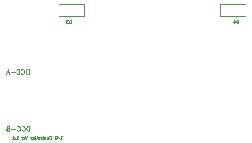
<source format=gbr>
G04 #@! TF.FileFunction,Legend,Bot*
%FSLAX46Y46*%
G04 Gerber Fmt 4.6, Leading zero omitted, Abs format (unit mm)*
G04 Created by KiCad (PCBNEW 4.0.7) date Tuesday, October 30, 2018 'PMt' 11:33:51 PM*
%MOMM*%
%LPD*%
G01*
G04 APERTURE LIST*
%ADD10C,0.100000*%
%ADD11C,0.031750*%
%ADD12C,0.120000*%
G04 APERTURE END LIST*
D10*
D11*
X107286309Y-76787352D02*
X107286309Y-76387352D01*
X107191071Y-76387352D01*
X107133928Y-76406400D01*
X107095833Y-76444495D01*
X107076785Y-76482590D01*
X107057737Y-76558781D01*
X107057737Y-76615924D01*
X107076785Y-76692114D01*
X107095833Y-76730210D01*
X107133928Y-76768305D01*
X107191071Y-76787352D01*
X107286309Y-76787352D01*
X106657737Y-76749257D02*
X106676785Y-76768305D01*
X106733928Y-76787352D01*
X106772023Y-76787352D01*
X106829166Y-76768305D01*
X106867261Y-76730210D01*
X106886309Y-76692114D01*
X106905357Y-76615924D01*
X106905357Y-76558781D01*
X106886309Y-76482590D01*
X106867261Y-76444495D01*
X106829166Y-76406400D01*
X106772023Y-76387352D01*
X106733928Y-76387352D01*
X106676785Y-76406400D01*
X106657737Y-76425448D01*
X106257737Y-76749257D02*
X106276785Y-76768305D01*
X106333928Y-76787352D01*
X106372023Y-76787352D01*
X106429166Y-76768305D01*
X106467261Y-76730210D01*
X106486309Y-76692114D01*
X106505357Y-76615924D01*
X106505357Y-76558781D01*
X106486309Y-76482590D01*
X106467261Y-76444495D01*
X106429166Y-76406400D01*
X106372023Y-76387352D01*
X106333928Y-76387352D01*
X106276785Y-76406400D01*
X106257737Y-76425448D01*
X106086309Y-76634971D02*
X105781547Y-76634971D01*
X105610119Y-76673067D02*
X105419642Y-76673067D01*
X105648214Y-76787352D02*
X105514880Y-76387352D01*
X105381547Y-76787352D01*
X107314881Y-81600652D02*
X107314881Y-81200652D01*
X107219643Y-81200652D01*
X107162500Y-81219700D01*
X107124405Y-81257795D01*
X107105357Y-81295890D01*
X107086309Y-81372081D01*
X107086309Y-81429224D01*
X107105357Y-81505414D01*
X107124405Y-81543510D01*
X107162500Y-81581605D01*
X107219643Y-81600652D01*
X107314881Y-81600652D01*
X106686309Y-81562557D02*
X106705357Y-81581605D01*
X106762500Y-81600652D01*
X106800595Y-81600652D01*
X106857738Y-81581605D01*
X106895833Y-81543510D01*
X106914881Y-81505414D01*
X106933929Y-81429224D01*
X106933929Y-81372081D01*
X106914881Y-81295890D01*
X106895833Y-81257795D01*
X106857738Y-81219700D01*
X106800595Y-81200652D01*
X106762500Y-81200652D01*
X106705357Y-81219700D01*
X106686309Y-81238748D01*
X106286309Y-81562557D02*
X106305357Y-81581605D01*
X106362500Y-81600652D01*
X106400595Y-81600652D01*
X106457738Y-81581605D01*
X106495833Y-81543510D01*
X106514881Y-81505414D01*
X106533929Y-81429224D01*
X106533929Y-81372081D01*
X106514881Y-81295890D01*
X106495833Y-81257795D01*
X106457738Y-81219700D01*
X106400595Y-81200652D01*
X106362500Y-81200652D01*
X106305357Y-81219700D01*
X106286309Y-81238748D01*
X106114881Y-81448271D02*
X105810119Y-81448271D01*
X105486310Y-81391129D02*
X105429167Y-81410176D01*
X105410119Y-81429224D01*
X105391071Y-81467319D01*
X105391071Y-81524462D01*
X105410119Y-81562557D01*
X105429167Y-81581605D01*
X105467262Y-81600652D01*
X105619643Y-81600652D01*
X105619643Y-81200652D01*
X105486310Y-81200652D01*
X105448214Y-81219700D01*
X105429167Y-81238748D01*
X105410119Y-81276843D01*
X105410119Y-81314938D01*
X105429167Y-81353033D01*
X105448214Y-81372081D01*
X105486310Y-81391129D01*
X105619643Y-81391129D01*
X125000123Y-72477695D02*
X125000123Y-72227695D01*
X124940599Y-72227695D01*
X124904885Y-72239600D01*
X124881076Y-72263410D01*
X124869171Y-72287219D01*
X124857266Y-72334838D01*
X124857266Y-72370552D01*
X124869171Y-72418171D01*
X124881076Y-72441981D01*
X124904885Y-72465790D01*
X124940599Y-72477695D01*
X125000123Y-72477695D01*
X124642980Y-72311029D02*
X124642980Y-72477695D01*
X124702504Y-72215790D02*
X124762028Y-72394362D01*
X124607266Y-72394362D01*
X110839623Y-72490395D02*
X110839623Y-72240395D01*
X110780099Y-72240395D01*
X110744385Y-72252300D01*
X110720576Y-72276110D01*
X110708671Y-72299919D01*
X110696766Y-72347538D01*
X110696766Y-72383252D01*
X110708671Y-72430871D01*
X110720576Y-72454681D01*
X110744385Y-72478490D01*
X110780099Y-72490395D01*
X110839623Y-72490395D01*
X110613433Y-72240395D02*
X110458671Y-72240395D01*
X110542004Y-72335633D01*
X110506290Y-72335633D01*
X110482480Y-72347538D01*
X110470576Y-72359443D01*
X110458671Y-72383252D01*
X110458671Y-72442776D01*
X110470576Y-72466586D01*
X110482480Y-72478490D01*
X110506290Y-72490395D01*
X110577718Y-72490395D01*
X110601528Y-72478490D01*
X110613433Y-72466586D01*
X110125003Y-82032095D02*
X109982146Y-82032095D01*
X110053575Y-82282095D02*
X110053575Y-82032095D01*
X109720242Y-82020190D02*
X109934527Y-82341619D01*
X109589289Y-82032095D02*
X109541670Y-82032095D01*
X109517861Y-82044000D01*
X109494051Y-82067810D01*
X109482146Y-82115429D01*
X109482146Y-82198762D01*
X109494051Y-82246381D01*
X109517861Y-82270190D01*
X109541670Y-82282095D01*
X109589289Y-82282095D01*
X109613099Y-82270190D01*
X109636908Y-82246381D01*
X109648813Y-82198762D01*
X109648813Y-82115429D01*
X109636908Y-82067810D01*
X109613099Y-82044000D01*
X109589289Y-82032095D01*
X109041670Y-82258286D02*
X109053575Y-82270190D01*
X109089289Y-82282095D01*
X109113099Y-82282095D01*
X109148813Y-82270190D01*
X109172622Y-82246381D01*
X109184527Y-82222571D01*
X109196432Y-82174952D01*
X109196432Y-82139238D01*
X109184527Y-82091619D01*
X109172622Y-82067810D01*
X109148813Y-82044000D01*
X109113099Y-82032095D01*
X109089289Y-82032095D01*
X109053575Y-82044000D01*
X109041670Y-82055905D01*
X108898813Y-82282095D02*
X108922622Y-82270190D01*
X108934527Y-82258286D01*
X108946432Y-82234476D01*
X108946432Y-82163048D01*
X108934527Y-82139238D01*
X108922622Y-82127333D01*
X108898813Y-82115429D01*
X108863099Y-82115429D01*
X108839289Y-82127333D01*
X108827384Y-82139238D01*
X108815480Y-82163048D01*
X108815480Y-82234476D01*
X108827384Y-82258286D01*
X108839289Y-82270190D01*
X108863099Y-82282095D01*
X108898813Y-82282095D01*
X108708337Y-82115429D02*
X108708337Y-82282095D01*
X108708337Y-82139238D02*
X108696432Y-82127333D01*
X108672623Y-82115429D01*
X108636909Y-82115429D01*
X108613099Y-82127333D01*
X108601194Y-82151143D01*
X108601194Y-82282095D01*
X108517861Y-82115429D02*
X108422623Y-82115429D01*
X108482147Y-82032095D02*
X108482147Y-82246381D01*
X108470242Y-82270190D01*
X108446433Y-82282095D01*
X108422623Y-82282095D01*
X108339290Y-82282095D02*
X108339290Y-82115429D01*
X108339290Y-82163048D02*
X108327385Y-82139238D01*
X108315481Y-82127333D01*
X108291671Y-82115429D01*
X108267862Y-82115429D01*
X108148814Y-82282095D02*
X108172623Y-82270190D01*
X108184528Y-82258286D01*
X108196433Y-82234476D01*
X108196433Y-82163048D01*
X108184528Y-82139238D01*
X108172623Y-82127333D01*
X108148814Y-82115429D01*
X108113100Y-82115429D01*
X108089290Y-82127333D01*
X108077385Y-82139238D01*
X108065481Y-82163048D01*
X108065481Y-82234476D01*
X108077385Y-82258286D01*
X108089290Y-82270190D01*
X108113100Y-82282095D01*
X108148814Y-82282095D01*
X107922624Y-82282095D02*
X107946433Y-82270190D01*
X107958338Y-82246381D01*
X107958338Y-82032095D01*
X107791672Y-82282095D02*
X107815481Y-82270190D01*
X107827386Y-82246381D01*
X107827386Y-82032095D01*
X107601196Y-82270190D02*
X107625006Y-82282095D01*
X107672625Y-82282095D01*
X107696434Y-82270190D01*
X107708339Y-82246381D01*
X107708339Y-82151143D01*
X107696434Y-82127333D01*
X107672625Y-82115429D01*
X107625006Y-82115429D01*
X107601196Y-82127333D01*
X107589291Y-82151143D01*
X107589291Y-82174952D01*
X107708339Y-82198762D01*
X107482148Y-82282095D02*
X107482148Y-82115429D01*
X107482148Y-82163048D02*
X107470243Y-82139238D01*
X107458339Y-82127333D01*
X107434529Y-82115429D01*
X107410720Y-82115429D01*
X107172624Y-82032095D02*
X107089291Y-82282095D01*
X107005958Y-82032095D01*
X106827386Y-82270190D02*
X106851196Y-82282095D01*
X106898815Y-82282095D01*
X106922624Y-82270190D01*
X106934529Y-82246381D01*
X106934529Y-82151143D01*
X106922624Y-82127333D01*
X106898815Y-82115429D01*
X106851196Y-82115429D01*
X106827386Y-82127333D01*
X106815481Y-82151143D01*
X106815481Y-82174952D01*
X106934529Y-82198762D01*
X106708338Y-82282095D02*
X106708338Y-82115429D01*
X106708338Y-82163048D02*
X106696433Y-82139238D01*
X106684529Y-82127333D01*
X106660719Y-82115429D01*
X106636910Y-82115429D01*
X106232148Y-82282095D02*
X106375005Y-82282095D01*
X106303576Y-82282095D02*
X106303576Y-82032095D01*
X106327386Y-82067810D01*
X106351195Y-82091619D01*
X106375005Y-82103524D01*
X106125005Y-82258286D02*
X106113100Y-82270190D01*
X106125005Y-82282095D01*
X106136910Y-82270190D01*
X106125005Y-82258286D01*
X106125005Y-82282095D01*
X105875005Y-82282095D02*
X106017862Y-82282095D01*
X105946433Y-82282095D02*
X105946433Y-82032095D01*
X105970243Y-82067810D01*
X105994052Y-82091619D01*
X106017862Y-82103524D01*
D12*
X111950000Y-70875000D02*
X111950000Y-71875000D01*
X111950000Y-71875000D02*
X109850000Y-71875000D01*
X111950000Y-70875000D02*
X109850000Y-70875000D01*
X123520000Y-71910000D02*
X123520000Y-70910000D01*
X123520000Y-70910000D02*
X125620000Y-70910000D01*
X123520000Y-71910000D02*
X125620000Y-71910000D01*
M02*

</source>
